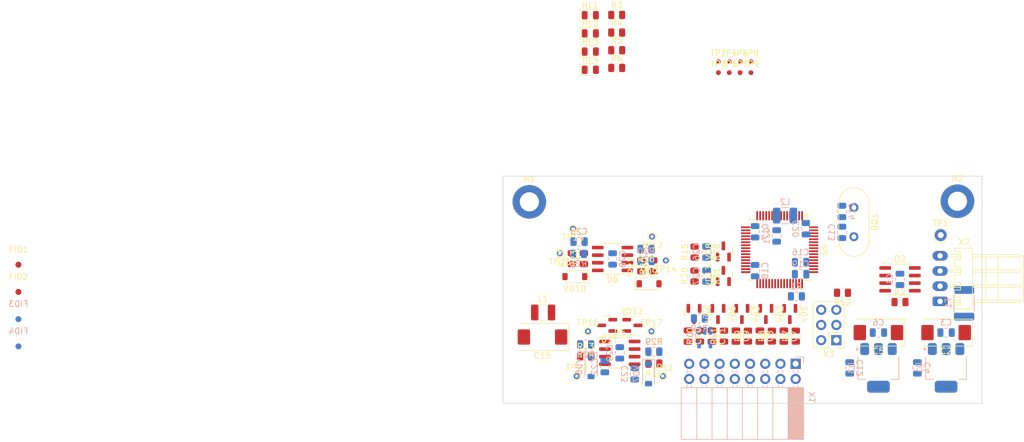
<source format=kicad_pcb>
(kicad_pcb
	(version 20240108)
	(generator "pcbnew")
	(generator_version "8.0")
	(general
		(thickness 1.6)
		(legacy_teardrops no)
	)
	(paper "A4")
	(layers
		(0 "F.Cu" signal)
		(31 "B.Cu" signal)
		(32 "B.Adhes" user "B.Adhesive")
		(33 "F.Adhes" user "F.Adhesive")
		(34 "B.Paste" user)
		(35 "F.Paste" user)
		(36 "B.SilkS" user "B.Silkscreen")
		(37 "F.SilkS" user "F.Silkscreen")
		(38 "B.Mask" user)
		(39 "F.Mask" user)
		(40 "Dwgs.User" user "User.Drawings")
		(41 "Cmts.User" user "User.Comments")
		(42 "Eco1.User" user "User.Eco1")
		(43 "Eco2.User" user "User.Eco2")
		(44 "Edge.Cuts" user)
		(45 "Margin" user)
		(46 "B.CrtYd" user "B.Courtyard")
		(47 "F.CrtYd" user "F.Courtyard")
		(48 "B.Fab" user)
		(49 "F.Fab" user)
		(50 "User.1" user)
		(51 "User.2" user)
		(52 "User.3" user)
		(53 "User.4" user)
		(54 "User.5" user)
		(55 "User.6" user)
		(56 "User.7" user)
		(57 "User.8" user)
		(58 "User.9" user)
	)
	(setup
		(pad_to_mask_clearance 0)
		(allow_soldermask_bridges_in_footprints no)
		(pcbplotparams
			(layerselection 0x00010fc_ffffffff)
			(plot_on_all_layers_selection 0x0000000_00000000)
			(disableapertmacros no)
			(usegerberextensions no)
			(usegerberattributes yes)
			(usegerberadvancedattributes yes)
			(creategerberjobfile yes)
			(dashed_line_dash_ratio 12.000000)
			(dashed_line_gap_ratio 3.000000)
			(svgprecision 4)
			(plotframeref no)
			(viasonmask no)
			(mode 1)
			(useauxorigin no)
			(hpglpennumber 1)
			(hpglpenspeed 20)
			(hpglpendiameter 15.000000)
			(pdf_front_fp_property_popups yes)
			(pdf_back_fp_property_popups yes)
			(dxfpolygonmode yes)
			(dxfimperialunits yes)
			(dxfusepcbnewfont yes)
			(psnegative no)
			(psa4output no)
			(plotreference yes)
			(plotvalue yes)
			(plotfptext yes)
			(plotinvisibletext no)
			(sketchpadsonfab no)
			(subtractmaskfromsilk no)
			(outputformat 1)
			(mirror no)
			(drillshape 1)
			(scaleselection 1)
			(outputdirectory "")
		)
	)
	(net 0 "")
	(net 1 "Net-(D4-PD0)")
	(net 2 "Net-(D4-PD1)")
	(net 3 "+3V3")
	(net 4 "GND")
	(net 5 "+12V")
	(net 6 "+5V")
	(net 7 "UA_RDY")
	(net 8 "XRAY_ON")
	(net 9 "NO_LINK")
	(net 10 "OVERLOAD")
	(net 11 "OVERHEAT")
	(net 12 "+12VA")
	(net 13 "+3.3VA")
	(net 14 "Net-(D5A-+)")
	(net 15 "Net-(D5B-+)")
	(net 16 "Net-(D6A-+)")
	(net 17 "Net-(D6B-+)")
	(net 18 "HV_24V")
	(net 19 "HV_15V")
	(net 20 "Net-(D2-B)")
	(net 21 "U1_RX")
	(net 22 "TXEN")
	(net 23 "Net-(D2-A)")
	(net 24 "U1_TX")
	(net 25 "SWO")
	(net 26 "unconnected-(D4-PC15-Pad4)")
	(net 27 "unconnected-(D4-PB4-Pad56)")
	(net 28 "unconnected-(D4-PB2-Pad28)")
	(net 29 "Ia_CTRL")
	(net 30 "SWCLK")
	(net 31 "unconnected-(D4-PC6-Pad37)")
	(net 32 "unconnected-(D4-PB9-Pad62)")
	(net 33 "unconnected-(D4-PC3-Pad11)")
	(net 34 "unconnected-(D4-PB10-Pad29)")
	(net 35 "unconnected-(D4-PC14-Pad3)")
	(net 36 "Net-(D4-PC10)")
	(net 37 "unconnected-(D4-PC0-Pad8)")
	(net 38 "RESET")
	(net 39 "unconnected-(D4-PB8-Pad61)")
	(net 40 "SWDIO")
	(net 41 "Net-(D4-PB14)")
	(net 42 "unconnected-(D4-PD2-Pad54)")
	(net 43 "Ua_MON")
	(net 44 "unconnected-(D4-PA1-Pad15)")
	(net 45 "unconnected-(D4-PA12-Pad45)")
	(net 46 "Net-(D4-PC11)")
	(net 47 "HV_ENABLE")
	(net 48 "unconnected-(D4-PB1-Pad27)")
	(net 49 "unconnected-(D4-PB0-Pad26)")
	(net 50 "unconnected-(D4-PC12-Pad53)")
	(net 51 "Ua_CTRL")
	(net 52 "unconnected-(D4-PC2-Pad10)")
	(net 53 "Net-(D4-PB12)")
	(net 54 "CONN")
	(net 55 "Ia_MON")
	(net 56 "Net-(D4-PA3)")
	(net 57 "unconnected-(D4-PC13-Pad2)")
	(net 58 "unconnected-(D4-PB11-Pad30)")
	(net 59 "LED_ACT")
	(net 60 "Net-(D4-PB15)")
	(net 61 "unconnected-(D4-PA15-Pad50)")
	(net 62 "Net-(D4-PA2)")
	(net 63 "Net-(D4-PB13)")
	(net 64 "unconnected-(D4-PA0-Pad14)")
	(net 65 "Net-(D5A--)")
	(net 66 "Net-(D5B--)")
	(net 67 "Net-(D6B--)")
	(net 68 "Net-(D6A--)")
	(net 69 "unconnected-(D7-NC-Pad1)")
	(net 70 "X_HV_ENABLE")
	(net 71 "Net-(X2-Pin_1)")
	(net 72 "Net-(HL1-K)")
	(net 73 "Net-(HL2-K)")
	(net 74 "X_HV_24V")
	(net 75 "Net-(HL3-K)")
	(net 76 "Net-(HL4-K)")
	(net 77 "/X_UA_RDY")
	(net 78 "/X_XRAY_ON")
	(net 79 "/X_NO_LINK")
	(net 80 "/X_OVERLOAD")
	(net 81 "/X_OVERHEAT")
	(net 82 "X_Ua_MON")
	(net 83 "X_Ia_MON")
	(net 84 "X_Ua_CTRL")
	(net 85 "X_Ia_CTRL")
	(net 86 "X_HV_15V")
	(net 87 "unconnected-(H1-Pad1)")
	(net 88 "unconnected-(H2-Pad1)")
	(net 89 "Net-(VD10-K)")
	(net 90 "Net-(VD9-K)")
	(footprint "Capacitor_SMD:C_0805_2012Metric" (layer "F.Cu") (at 54.9 51.749999 -90))
	(footprint "Resistor_SMD:R_0805_2012Metric" (layer "F.Cu") (at 43.1 39.999998 90))
	(footprint "TestPoint:TestPoint_THTPad_D1.0mm_Drill0.5mm" (layer "F.Cu") (at 44.899999 35.099998 180))
	(footprint "Connector_PinHeader_2.54mm:PinHeader_2x03_P2.54mm_Vertical" (layer "F.Cu") (at 75.675 52.425 180))
	(footprint "Resistor_SMD:R_0805_2012Metric" (layer "F.Cu") (at 38.9875 1))
	(footprint "Resistor_SMD:R_0805_2012Metric" (layer "F.Cu") (at 51.9875 41.7 90))
	(footprint "Capacitor_Tantalum_SMD:CP_EIA-7343-31_Kemet-D" (layer "F.Cu") (at 26.6 51.9 180))
	(footprint "Resistor_SMD:R_0805_2012Metric" (layer "F.Cu") (at 52 37.7 90))
	(footprint "Capacitor_Tantalum_SMD:CP_EIA-7343-31_Kemet-D" (layer "F.Cu") (at 94 51.160001 180))
	(footprint "Ecohim:TestPoint_Pad_D0.8mm_no_circle" (layer "F.Cu") (at 57.788 5.888))
	(footprint "Package_TO_SOT_SMD:SOT-23" (layer "F.Cu") (at 67.9 48.049999 -90))
	(footprint "Resistor_SMD:R_0805_2012Metric" (layer "F.Cu") (at 45.2 54.349999))
	(footprint "Ecohim:TestPoint_Pad_D0.8mm_no_circle" (layer "F.Cu") (at 59.6 7.7))
	(footprint "TestPoint:TestPoint_THTPad_D1.0mm_Drill0.5mm" (layer "F.Cu") (at 34.2 50.949999))
	(footprint "Resistor_SMD:R_0805_2012Metric" (layer "F.Cu") (at 45.099999 39.999997 90))
	(footprint "Package_TO_SOT_SMD:SOT-23" (layer "F.Cu") (at 63.9 48.049999 -90))
	(footprint "Package_QFP:LQFP-64_10x10mm_P0.5mm" (layer "F.Cu") (at 66.2 37.3 -90))
	(footprint "TestPoint:TestPoint_THTPad_D1.0mm_Drill0.5mm" (layer "F.Cu") (at 46.7 58.449999))
	(footprint "Resistor_SMD:R_0805_2012Metric" (layer "F.Cu") (at 60.9 51.749999 90))
	(footprint "LED_SMD:LED_0805_2012Metric" (layer "F.Cu") (at 34.5775 1.135))
	(footprint "Resistor_SMD:R_0805_2012Metric" (layer "F.Cu") (at 68.9 51.749999 90))
	(footprint "TestPoint:TestPoint_THTPad_D1.0mm_Drill0.5mm" (layer "F.Cu") (at 47.2 39.099998 180))
	(footprint "Resistor_SMD:R_0805_2012Metric" (layer "F.Cu") (at 86.3 46.060001))
	(footprint "Resistor_SMD:R_0805_2012Metric" (layer "F.Cu") (at 38.9875 3.95))
	(footprint "Resistor_SMD:R_0805_2012Metric" (layer "F.Cu") (at 52.9 51.749999 90))
	(footprint "Resistor_SMD:R_0805_2012Metric" (layer "F.Cu") (at 38.9875 6.9))
	(footprint "Ecohim:TestPoint_Pad_D0.8mm_no_circle" (layer "F.Cu") (at 61.412 5.888))
	(footprint "LED_SMD:LED_0805_2012Metric" (layer "F.Cu") (at 34.5775 7.215))
	(footprint "Package_TO_SOT_SMD:SOT-23" (layer "F.Cu") (at 55.9 48.049999 -90))
	(footprint "TestPoint:TestPoint_THTPad_D1.0mm_Drill0.5mm" (layer "F.Cu") (at 32.3 58.449999))
	(footprint "Ecohim:TestPoint_Pad_D0.8mm_no_circle" (layer "F.Cu") (at 59.6 5.888))
	(footprint "Diode_SMD:D_SOD-123" (layer "F.Cu") (at 32 41.799997 180))
	(footprint "Crystal:Crystal_HC49-4H_Vertical" (layer "F.Cu") (at 78.6 30.249999 -90))
	(footprint "Resistor_SMD:R_0805_2012Metric" (layer "F.Cu") (at 38.9875 -1.95))
	(footprint "Resistor_SMD:R_0805_2012Metric" (layer "F.Cu") (at 54 37.7 -90))
	(footprint "Inductor_SMD:L_1210_3225Metric" (layer "F.Cu") (at 26.7 47.8))
	(footprint "MountingHole:MountingHole_3.2mm_M3_DIN965_Pad" (layer "F.Cu") (at 24.4 29.3))
	(footprint "Package_TO_SOT_SMD:SOT-23" (layer "F.Cu") (at 51.9 48.049999 -90))
	(footprint "TestPoint:TestPoint_THTPad_D2.0mm_Drill1.0mm" (layer "F.Cu") (at 93.1 34.860001))
	(footprint "MountingHole:MountingHole_3.2mm_M3_DIN965_Pad" (layer "F.Cu") (at 95.9 29.2))
	(footprint "Ecohim:DS1070-4MR_WF-4RA_CONNFLY" (layer "F.Cu") (at 93 38.320001 -90))
	(footprint "Ecohim:TestPoint_Pad_D0.8mm_no_circle"
		(layer "F.Cu")
		(uuid "77c9a524-d2ee-49f1-9439-80f4dee10ff9")
		(at 57.788 7.7)
		(descr "SMD pad as test Point, diameter 0.8mm")
		(tags "test point SMD pad")
		(property "Reference" "TP5"
			(at 0 -1.448 0)
			(layer "F.SilkS")
			(uuid "026c663b-bd9e-48d2-9885-6b95185bb50d")
			(effects
				(font
					(size 1 1)
					(thickness 0.15)
				)
			)
		)
		(property "Value" "TestPoint"
			(at 0 1.55 0)
			(layer "F.Fab")
			(hide yes)
			(uuid "60f06f70-6406-424e-87e9-fe1071b01ce0")
			(effects
				(font
					(size 1 1)
					(thickness 0.15)
				)
			)
		)
		(property "Footprint" "Ecohim:TestPoint_Pad_D0.8mm_no_circle"
			(at 0 0 0)
			(layer "F.Fab")
			(hide yes)
			(uuid "02ce1e03-4e69-4195-8cbb-ead07c3954e0")
			(effects
				(font
					(size 1.27 1.27)
					(thickness 0.15)
				)
			)
		)
		(property "Datasheet" ""
			(at 0 0 0)
			(layer "F.Fab")
			(hide yes)
			(uuid "5a0f33c2-d4af-48b0-b72e-46ece0cfab24")
			(effects
				(font
					(size 1.27 1.27)
					(thickness 0.15)
				)
			)
		)
		(property "Description" ""
			(at 0 0 0)
			(layer "F.Fab")
			(hide yes)
			(uuid "10c49f7d-00f9-41bc-8585-c6f4141b2efe")
			(effects
				(font
					(size 1.27 1.27)
					(thickness 0.15)
				)
			)
		)
		(property ki_fp_filters "Pin* Test*")
		(path "/ddbdacc6-155d-4dd6-8260-306452675304")
		(sheetname "Root")
		(sheetfile "RS485_BSV_V1R1.kicad_sch")
		(attr exclude_from_pos_files exclude_from_bom)
		(fp_circle
			(center 0 0)
			(end 0.381 0)
			(stroke
				(width 0.05)
				(type sol
... [341976 chars truncated]
</source>
